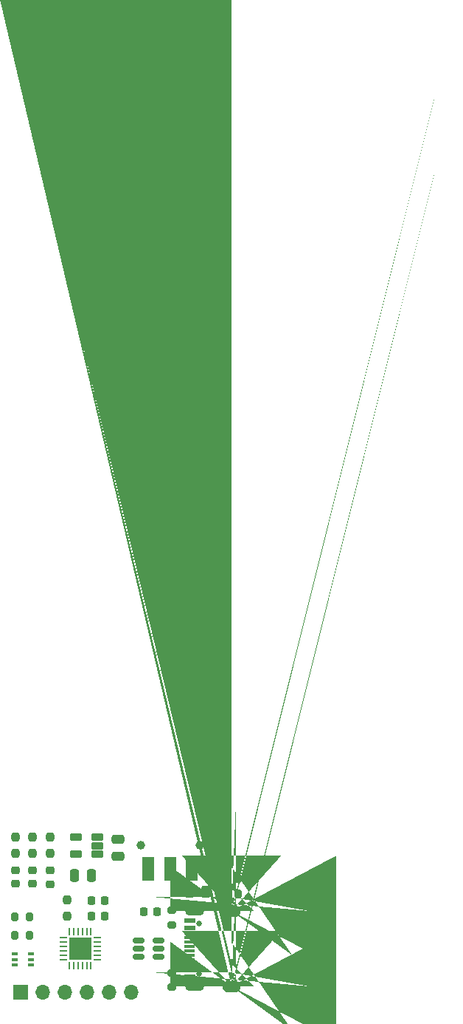
<source format=gts>
G04 #@! TF.GenerationSoftware,KiCad,Pcbnew,9.0.1*
G04 #@! TF.CreationDate,2025-04-15T14:17:19+12:00*
G04 #@! TF.ProjectId,ESPFlash,45535046-6c61-4736-982e-6b696361645f,rev?*
G04 #@! TF.SameCoordinates,Original*
G04 #@! TF.FileFunction,Soldermask,Top*
G04 #@! TF.FilePolarity,Negative*
%FSLAX46Y46*%
G04 Gerber Fmt 4.6, Leading zero omitted, Abs format (unit mm)*
G04 Created by KiCad (PCBNEW 9.0.1) date 2025-04-15 14:17:19*
%MOMM*%
%LPD*%
G01*
G04 APERTURE LIST*
G04 Aperture macros list*
%AMRoundRect*
0 Rectangle with rounded corners*
0 $1 Rounding radius*
0 $2 $3 $4 $5 $6 $7 $8 $9 X,Y pos of 4 corners*
0 Add a 4 corners polygon primitive as box body*
4,1,4,$2,$3,$4,$5,$6,$7,$8,$9,$2,$3,0*
0 Add four circle primitives for the rounded corners*
1,1,$1+$1,$2,$3*
1,1,$1+$1,$4,$5*
1,1,$1+$1,$6,$7*
1,1,$1+$1,$8,$9*
0 Add four rect primitives between the rounded corners*
20,1,$1+$1,$2,$3,$4,$5,0*
20,1,$1+$1,$4,$5,$6,$7,0*
20,1,$1+$1,$6,$7,$8,$9,0*
20,1,$1+$1,$8,$9,$2,$3,0*%
%AMFreePoly0*
4,1,229,0.026192,0.903996,0.026383,0.903985,0.052383,0.901985,0.052573,0.901967,0.078573,0.898967,0.078944,0.898910,0.104944,0.893910,0.105167,0.893862,0.130167,0.887862,0.130300,0.887828,0.156300,0.880828,0.156756,0.880682,0.180756,0.871682,0.180923,0.871615,0.204923,0.861615,0.205083,0.861545,0.229083,0.850545,0.229460,0.850353,0.252460,0.837353,0.252684,0.837218,
0.296684,0.809218,0.297030,0.808977,0.318030,0.792977,0.318238,0.792810,0.338238,0.775810,0.338439,0.775630,0.357439,0.757630,0.357630,0.757439,0.375630,0.738439,0.375810,0.738238,0.392810,0.718238,0.392977,0.718030,0.408977,0.697030,0.409218,0.696684,0.437218,0.652684,0.437353,0.652460,0.450353,0.629460,0.450545,0.629083,0.461545,0.605083,0.461615,0.604923,
0.471615,0.580923,0.471682,0.580756,0.480682,0.556756,0.480828,0.556300,0.487828,0.530300,0.487862,0.530167,0.493862,0.505167,0.493910,0.504944,0.498910,0.478944,0.498967,0.478573,0.501967,0.452573,0.501985,0.452383,0.503985,0.426383,0.503996,0.426192,0.504996,0.400192,0.505000,0.400000,0.505000,-0.400000,0.504996,-0.400192,0.503996,-0.426192,0.503985,-0.426383,
0.501985,-0.452383,0.501967,-0.452573,0.498967,-0.478573,0.498910,-0.478944,0.493910,-0.504944,0.493862,-0.505167,0.487862,-0.530167,0.487828,-0.530300,0.480828,-0.556300,0.480682,-0.556756,0.471682,-0.580756,0.471615,-0.580923,0.461615,-0.604923,0.461545,-0.605083,0.450545,-0.629083,0.450353,-0.629460,0.437353,-0.652460,0.437218,-0.652684,0.409218,-0.696684,0.408977,-0.697030,
0.392977,-0.718030,0.392810,-0.718238,0.375810,-0.738238,0.375630,-0.738439,0.357630,-0.757439,0.357439,-0.757630,0.338439,-0.775630,0.338238,-0.775810,0.318238,-0.792810,0.318030,-0.792977,0.297030,-0.808977,0.296684,-0.809218,0.252684,-0.837218,0.252460,-0.837353,0.229460,-0.850353,0.229083,-0.850545,0.205083,-0.861545,0.204923,-0.861615,0.180923,-0.871615,0.180756,-0.871682,
0.156756,-0.880682,0.156300,-0.880828,0.130300,-0.887828,0.130167,-0.887862,0.105167,-0.893862,0.104944,-0.893910,0.078944,-0.898910,0.078573,-0.898967,0.052573,-0.901967,0.052383,-0.901985,0.026383,-0.903985,0.026192,-0.903996,0.000192,-0.904996,-0.000192,-0.904996,-0.026192,-0.903996,-0.026383,-0.903985,-0.052383,-0.901985,-0.052573,-0.901967,-0.078573,-0.898967,-0.078944,-0.898910,
-0.104944,-0.893910,-0.105167,-0.893862,-0.130167,-0.887862,-0.130300,-0.887828,-0.156300,-0.880828,-0.156756,-0.880682,-0.180756,-0.871682,-0.180923,-0.871615,-0.204923,-0.861615,-0.205083,-0.861545,-0.229083,-0.850545,-0.229460,-0.850353,-0.252460,-0.837353,-0.252684,-0.837218,-0.296684,-0.809218,-0.297030,-0.808977,-0.318030,-0.792977,-0.318238,-0.792810,-0.338238,-0.775810,-0.338439,-0.775630,
-0.357439,-0.757630,-0.357630,-0.757439,-0.375630,-0.738439,-0.375810,-0.738238,-0.392810,-0.718238,-0.392977,-0.718030,-0.408977,-0.697030,-0.409218,-0.696684,-0.437218,-0.652684,-0.437353,-0.652460,-0.450353,-0.629460,-0.450545,-0.629083,-0.461545,-0.605083,-0.461615,-0.604923,-0.471615,-0.580923,-0.471682,-0.580756,-0.480682,-0.556756,-0.480828,-0.556300,-0.487828,-0.530300,-0.487862,-0.530167,
-0.493862,-0.505167,-0.493910,-0.504944,-0.498910,-0.478944,-0.498967,-0.478573,-0.501967,-0.452573,-0.501985,-0.452383,-0.503985,-0.426383,-0.503996,-0.426192,-0.504996,-0.400192,-0.505000,-0.400000,-0.505000,0.400000,-0.504996,0.400192,-0.503996,0.426192,-0.503985,0.426383,-0.501985,0.452383,-0.501967,0.452573,-0.498967,0.478573,-0.498910,0.478944,-0.493910,0.504944,-0.493862,0.505167,
-0.487862,0.530167,-0.487828,0.530300,-0.480828,0.556300,-0.480682,0.556756,-0.471682,0.580756,-0.471615,0.580923,-0.461615,0.604923,-0.461545,0.605083,-0.450545,0.629083,-0.450353,0.629460,-0.437353,0.652460,-0.437218,0.652684,-0.409218,0.696684,-0.408977,0.697030,-0.392977,0.718030,-0.392810,0.718238,-0.375810,0.738238,-0.375630,0.738439,-0.357630,0.757439,-0.357439,0.757630,
-0.338439,0.775630,-0.338238,0.775810,-0.318238,0.792810,-0.318030,0.792977,-0.297030,0.808977,-0.296684,0.809218,-0.252684,0.837218,-0.252460,0.837353,-0.229460,0.850353,-0.229083,0.850545,-0.205083,0.861545,-0.204923,0.861615,-0.180923,0.871615,-0.180756,0.871682,-0.156756,0.880682,-0.156300,0.880828,-0.130300,0.887828,-0.130167,0.887862,-0.105167,0.893862,-0.104944,0.893910,
-0.078944,0.898910,-0.078573,0.898967,-0.052573,0.901967,-0.052383,0.901985,-0.026383,0.903985,-0.026192,0.903996,-0.000192,0.904996,0.000192,0.904996,0.026192,0.903996,0.026192,0.903996,$1*%
G04 Aperture macros list end*
%ADD10C,0.010000*%
%ADD11RoundRect,0.243750X0.243750X0.456250X-0.243750X0.456250X-0.243750X-0.456250X0.243750X-0.456250X0*%
%ADD12RoundRect,0.218750X0.256250X-0.218750X0.256250X0.218750X-0.256250X0.218750X-0.256250X-0.218750X0*%
%ADD13C,1.000000*%
%ADD14RoundRect,0.102000X0.600000X1.250000X-0.600000X1.250000X-0.600000X-1.250000X0.600000X-1.250000X0*%
%ADD15RoundRect,0.200000X-0.200000X-0.275000X0.200000X-0.275000X0.200000X0.275000X-0.200000X0.275000X0*%
%ADD16RoundRect,0.200000X0.275000X-0.200000X0.275000X0.200000X-0.275000X0.200000X-0.275000X-0.200000X0*%
%ADD17RoundRect,0.100000X0.225000X0.100000X-0.225000X0.100000X-0.225000X-0.100000X0.225000X-0.100000X0*%
%ADD18RoundRect,0.225000X-0.225000X-0.250000X0.225000X-0.250000X0.225000X0.250000X-0.225000X0.250000X0*%
%ADD19RoundRect,0.237500X0.237500X-0.250000X0.237500X0.250000X-0.237500X0.250000X-0.237500X-0.250000X0*%
%ADD20RoundRect,0.200000X-0.275000X0.200000X-0.275000X-0.200000X0.275000X-0.200000X0.275000X0.200000X0*%
%ADD21RoundRect,0.250000X-0.250000X-0.475000X0.250000X-0.475000X0.250000X0.475000X-0.250000X0.475000X0*%
%ADD22RoundRect,0.198500X0.508500X0.198500X-0.508500X0.198500X-0.508500X-0.198500X0.508500X-0.198500X0*%
%ADD23FreePoly0,90.000000*%
%ADD24C,0.650000*%
%ADD25R,1.150000X0.600000*%
%ADD26R,1.150000X0.300000*%
%ADD27O,2.176000X1.076000*%
%ADD28RoundRect,0.200000X0.200000X0.275000X-0.200000X0.275000X-0.200000X-0.275000X0.200000X-0.275000X0*%
%ADD29RoundRect,0.062500X0.350000X0.062500X-0.350000X0.062500X-0.350000X-0.062500X0.350000X-0.062500X0*%
%ADD30RoundRect,0.062500X0.062500X0.350000X-0.062500X0.350000X-0.062500X-0.350000X0.062500X-0.350000X0*%
%ADD31R,2.600000X2.600000*%
%ADD32RoundRect,0.250000X0.475000X-0.250000X0.475000X0.250000X-0.475000X0.250000X-0.475000X-0.250000X0*%
%ADD33RoundRect,0.225000X0.225000X0.250000X-0.225000X0.250000X-0.225000X-0.250000X0.225000X-0.250000X0*%
%ADD34RoundRect,0.150000X0.512500X0.150000X-0.512500X0.150000X-0.512500X-0.150000X0.512500X-0.150000X0*%
%ADD35R,1.700000X1.700000*%
%ADD36O,1.700000X1.700000*%
%ADD37C,0.600000*%
G04 APERTURE END LIST*
D10*
X64443500Y-31433500D02*
X64475500Y-31435500D01*
X64506500Y-31439500D01*
X64537500Y-31445500D01*
X64567500Y-31452500D01*
X64597500Y-31461500D01*
X64627500Y-31472500D01*
X64656500Y-31484500D01*
X64684500Y-31497500D01*
X64712500Y-31512500D01*
X64739500Y-31529500D01*
X64765500Y-31547500D01*
X64790500Y-31566500D01*
X64813500Y-31586500D01*
X64836500Y-31608500D01*
X64858500Y-31631500D01*
X64878500Y-31654500D01*
X64897500Y-31679500D01*
X64915500Y-31705500D01*
X64932500Y-31732500D01*
X64947500Y-31760500D01*
X64960500Y-31788500D01*
X64972500Y-31817500D01*
X64983500Y-31847500D01*
X64992500Y-31877500D01*
X64999500Y-31907500D01*
X65005500Y-31938500D01*
X65009500Y-31969500D01*
X65011500Y-32001500D01*
X65012500Y-32032500D01*
X65011500Y-32063500D01*
X65009500Y-32095500D01*
X65005500Y-32126500D01*
X64999500Y-32157500D01*
X64992500Y-32187500D01*
X64983500Y-32217500D01*
X64972500Y-32247500D01*
X64960500Y-32276500D01*
X64947500Y-32304500D01*
X64932500Y-32332500D01*
X64915500Y-32359500D01*
X64897500Y-32385500D01*
X64878500Y-32410500D01*
X64858500Y-32433500D01*
X64836500Y-32456500D01*
X64813500Y-32478500D01*
X64790500Y-32498500D01*
X64765500Y-32517500D01*
X64739500Y-32535500D01*
X64712500Y-32552500D01*
X64684500Y-32567500D01*
X64656500Y-32580500D01*
X64627500Y-32592500D01*
X64597500Y-32603500D01*
X64567500Y-32612500D01*
X64537500Y-32619500D01*
X64506500Y-32625500D01*
X64475500Y-32629500D01*
X64443500Y-32631500D01*
X64412500Y-32632500D01*
X64012500Y-32632500D01*
X63612500Y-32632500D01*
X63581500Y-32631500D01*
X63549500Y-32629500D01*
X63518500Y-32625500D01*
X63487500Y-32619500D01*
X63457500Y-32612500D01*
X63427500Y-32603500D01*
X63397500Y-32592500D01*
X63368500Y-32580500D01*
X63340500Y-32567500D01*
X63312500Y-32552500D01*
X63285500Y-32535500D01*
X63259500Y-32517500D01*
X63234500Y-32498500D01*
X63211500Y-32478500D01*
X63188500Y-32456500D01*
X63166500Y-32433500D01*
X63146500Y-32410500D01*
X63127500Y-32385500D01*
X63109500Y-32359500D01*
X63092500Y-32332500D01*
X63077500Y-32304500D01*
X63064500Y-32276500D01*
X63052500Y-32247500D01*
X63041500Y-32217500D01*
X63032500Y-32187500D01*
X63025500Y-32157500D01*
X63019500Y-32126500D01*
X63015500Y-32095500D01*
X63013500Y-32063500D01*
X63012500Y-32032500D01*
X63013500Y-32001500D01*
X63015500Y-31969500D01*
X63019500Y-31938500D01*
X63025500Y-31907500D01*
X63032500Y-31877500D01*
X63041500Y-31847500D01*
X63052500Y-31817500D01*
X63064500Y-31788500D01*
X63077500Y-31760500D01*
X63092500Y-31732500D01*
X63109500Y-31705500D01*
X63127500Y-31679500D01*
X63146500Y-31654500D01*
X63166500Y-31631500D01*
X63188500Y-31608500D01*
X63211500Y-31586500D01*
X63234500Y-31566500D01*
X63259500Y-31547500D01*
X63285500Y-31529500D01*
X63312500Y-31512500D01*
X63340500Y-31497500D01*
X63368500Y-31484500D01*
X63397500Y-31472500D01*
X63427500Y-31461500D01*
X63457500Y-31452500D01*
X63487500Y-31445500D01*
X63518500Y-31439500D01*
X63549500Y-31435500D01*
X63581500Y-31433500D01*
X63612500Y-31432500D01*
X64012500Y-31432500D01*
X64412500Y-31432500D01*
X64443500Y-31433500D01*
G36*
X64443500Y-31433500D02*
G01*
X64475500Y-31435500D01*
X64506500Y-31439500D01*
X64537500Y-31445500D01*
X64567500Y-31452500D01*
X64597500Y-31461500D01*
X64627500Y-31472500D01*
X64656500Y-31484500D01*
X64684500Y-31497500D01*
X64712500Y-31512500D01*
X64739500Y-31529500D01*
X64765500Y-31547500D01*
X64790500Y-31566500D01*
X64813500Y-31586500D01*
X64836500Y-31608500D01*
X64858500Y-31631500D01*
X64878500Y-31654500D01*
X64897500Y-31679500D01*
X64915500Y-31705500D01*
X64932500Y-31732500D01*
X64947500Y-31760500D01*
X64960500Y-31788500D01*
X64972500Y-31817500D01*
X64983500Y-31847500D01*
X64992500Y-31877500D01*
X64999500Y-31907500D01*
X65005500Y-31938500D01*
X65009500Y-31969500D01*
X65011500Y-32001500D01*
X65012500Y-32032500D01*
X65011500Y-32063500D01*
X65009500Y-32095500D01*
X65005500Y-32126500D01*
X64999500Y-32157500D01*
X64992500Y-32187500D01*
X64983500Y-32217500D01*
X64972500Y-32247500D01*
X64960500Y-32276500D01*
X64947500Y-32304500D01*
X64932500Y-32332500D01*
X64915500Y-32359500D01*
X64897500Y-32385500D01*
X64878500Y-32410500D01*
X64858500Y-32433500D01*
X64836500Y-32456500D01*
X64813500Y-32478500D01*
X64790500Y-32498500D01*
X64765500Y-32517500D01*
X64739500Y-32535500D01*
X64712500Y-32552500D01*
X64684500Y-32567500D01*
X64656500Y-32580500D01*
X64627500Y-32592500D01*
X64597500Y-32603500D01*
X64567500Y-32612500D01*
X64537500Y-32619500D01*
X64506500Y-32625500D01*
X64475500Y-32629500D01*
X64443500Y-32631500D01*
X64412500Y-32632500D01*
X64012500Y-32632500D01*
X63612500Y-32632500D01*
X63581500Y-32631500D01*
X63549500Y-32629500D01*
X63518500Y-32625500D01*
X63487500Y-32619500D01*
X63457500Y-32612500D01*
X63427500Y-32603500D01*
X63397500Y-32592500D01*
X63368500Y-32580500D01*
X63340500Y-32567500D01*
X63312500Y-32552500D01*
X63285500Y-32535500D01*
X63259500Y-32517500D01*
X63234500Y-32498500D01*
X63211500Y-32478500D01*
X63188500Y-32456500D01*
X63166500Y-32433500D01*
X63146500Y-32410500D01*
X63127500Y-32385500D01*
X63109500Y-32359500D01*
X63092500Y-32332500D01*
X63077500Y-32304500D01*
X63064500Y-32276500D01*
X63052500Y-32247500D01*
X63041500Y-32217500D01*
X63032500Y-32187500D01*
X63025500Y-32157500D01*
X63019500Y-32126500D01*
X63015500Y-32095500D01*
X63013500Y-32063500D01*
X63012500Y-32032500D01*
X63013500Y-32001500D01*
X63015500Y-31969500D01*
X63019500Y-31938500D01*
X63025500Y-31907500D01*
X63032500Y-31877500D01*
X63041500Y-31847500D01*
X63052500Y-31817500D01*
X63064500Y-31788500D01*
X63077500Y-31760500D01*
X63092500Y-31732500D01*
X63109500Y-31705500D01*
X63127500Y-31679500D01*
X63146500Y-31654500D01*
X63166500Y-31631500D01*
X63188500Y-31608500D01*
X63211500Y-31586500D01*
X63234500Y-31566500D01*
X63259500Y-31547500D01*
X63285500Y-31529500D01*
X63312500Y-31512500D01*
X63340500Y-31497500D01*
X63368500Y-31484500D01*
X63397500Y-31472500D01*
X63427500Y-31461500D01*
X63457500Y-31452500D01*
X63487500Y-31445500D01*
X63518500Y-31439500D01*
X63549500Y-31435500D01*
X63581500Y-31433500D01*
X63612500Y-31432500D01*
X64012500Y-31432500D01*
X64412500Y-31432500D01*
X64443500Y-31433500D01*
G37*
X64443500Y-40073500D02*
X64475500Y-40075500D01*
X64506500Y-40079500D01*
X64537500Y-40085500D01*
X64567500Y-40092500D01*
X64597500Y-40101500D01*
X64627500Y-40112500D01*
X64656500Y-40124500D01*
X64684500Y-40137500D01*
X64712500Y-40152500D01*
X64739500Y-40169500D01*
X64765500Y-40187500D01*
X64790500Y-40206500D01*
X64813500Y-40226500D01*
X64836500Y-40248500D01*
X64858500Y-40271500D01*
X64878500Y-40294500D01*
X64897500Y-40319500D01*
X64915500Y-40345500D01*
X64932500Y-40372500D01*
X64947500Y-40400500D01*
X64960500Y-40428500D01*
X64972500Y-40457500D01*
X64983500Y-40487500D01*
X64992500Y-40517500D01*
X64999500Y-40547500D01*
X65005500Y-40578500D01*
X65009500Y-40609500D01*
X65011500Y-40641500D01*
X65012500Y-40672500D01*
X65011500Y-40703500D01*
X65009500Y-40735500D01*
X65005500Y-40766500D01*
X64999500Y-40797500D01*
X64992500Y-40827500D01*
X64983500Y-40857500D01*
X64972500Y-40887500D01*
X64960500Y-40916500D01*
X64947500Y-40944500D01*
X64932500Y-40972500D01*
X64915500Y-40999500D01*
X64897500Y-41025500D01*
X64878500Y-41050500D01*
X64858500Y-41073500D01*
X64836500Y-41096500D01*
X64813500Y-41118500D01*
X64790500Y-41138500D01*
X64765500Y-41157500D01*
X64739500Y-41175500D01*
X64712500Y-41192500D01*
X64684500Y-41207500D01*
X64656500Y-41220500D01*
X64627500Y-41232500D01*
X64597500Y-41243500D01*
X64567500Y-41252500D01*
X64537500Y-41259500D01*
X64506500Y-41265500D01*
X64475500Y-41269500D01*
X64443500Y-41271500D01*
X64412500Y-41272500D01*
X64012500Y-41272500D01*
X63612500Y-41272500D01*
X63581500Y-41271500D01*
X63549500Y-41269500D01*
X63518500Y-41265500D01*
X63487500Y-41259500D01*
X63457500Y-41252500D01*
X63427500Y-41243500D01*
X63397500Y-41232500D01*
X63368500Y-41220500D01*
X63340500Y-41207500D01*
X63312500Y-41192500D01*
X63285500Y-41175500D01*
X63259500Y-41157500D01*
X63234500Y-41138500D01*
X63211500Y-41118500D01*
X63188500Y-41096500D01*
X63166500Y-41073500D01*
X63146500Y-41050500D01*
X63127500Y-41025500D01*
X63109500Y-40999500D01*
X63092500Y-40972500D01*
X63077500Y-40944500D01*
X63064500Y-40916500D01*
X63052500Y-40887500D01*
X63041500Y-40857500D01*
X63032500Y-40827500D01*
X63025500Y-40797500D01*
X63019500Y-40766500D01*
X63015500Y-40735500D01*
X63013500Y-40703500D01*
X63012500Y-40672500D01*
X63013500Y-40641500D01*
X63015500Y-40609500D01*
X63019500Y-40578500D01*
X63025500Y-40547500D01*
X63032500Y-40517500D01*
X63041500Y-40487500D01*
X63052500Y-40457500D01*
X63064500Y-40428500D01*
X63077500Y-40400500D01*
X63092500Y-40372500D01*
X63109500Y-40345500D01*
X63127500Y-40319500D01*
X63146500Y-40294500D01*
X63166500Y-40271500D01*
X63188500Y-40248500D01*
X63211500Y-40226500D01*
X63234500Y-40206500D01*
X63259500Y-40187500D01*
X63285500Y-40169500D01*
X63312500Y-40152500D01*
X63340500Y-40137500D01*
X63368500Y-40124500D01*
X63397500Y-40112500D01*
X63427500Y-40101500D01*
X63457500Y-40092500D01*
X63487500Y-40085500D01*
X63518500Y-40079500D01*
X63549500Y-40075500D01*
X63581500Y-40073500D01*
X63612500Y-40072500D01*
X64012500Y-40072500D01*
X64412500Y-40072500D01*
X64443500Y-40073500D01*
G36*
X64443500Y-40073500D02*
G01*
X64475500Y-40075500D01*
X64506500Y-40079500D01*
X64537500Y-40085500D01*
X64567500Y-40092500D01*
X64597500Y-40101500D01*
X64627500Y-40112500D01*
X64656500Y-40124500D01*
X64684500Y-40137500D01*
X64712500Y-40152500D01*
X64739500Y-40169500D01*
X64765500Y-40187500D01*
X64790500Y-40206500D01*
X64813500Y-40226500D01*
X64836500Y-40248500D01*
X64858500Y-40271500D01*
X64878500Y-40294500D01*
X64897500Y-40319500D01*
X64915500Y-40345500D01*
X64932500Y-40372500D01*
X64947500Y-40400500D01*
X64960500Y-40428500D01*
X64972500Y-40457500D01*
X64983500Y-40487500D01*
X64992500Y-40517500D01*
X64999500Y-40547500D01*
X65005500Y-40578500D01*
X65009500Y-40609500D01*
X65011500Y-40641500D01*
X65012500Y-40672500D01*
X65011500Y-40703500D01*
X65009500Y-40735500D01*
X65005500Y-40766500D01*
X64999500Y-40797500D01*
X64992500Y-40827500D01*
X64983500Y-40857500D01*
X64972500Y-40887500D01*
X64960500Y-40916500D01*
X64947500Y-40944500D01*
X64932500Y-40972500D01*
X64915500Y-40999500D01*
X64897500Y-41025500D01*
X64878500Y-41050500D01*
X64858500Y-41073500D01*
X64836500Y-41096500D01*
X64813500Y-41118500D01*
X64790500Y-41138500D01*
X64765500Y-41157500D01*
X64739500Y-41175500D01*
X64712500Y-41192500D01*
X64684500Y-41207500D01*
X64656500Y-41220500D01*
X64627500Y-41232500D01*
X64597500Y-41243500D01*
X64567500Y-41252500D01*
X64537500Y-41259500D01*
X64506500Y-41265500D01*
X64475500Y-41269500D01*
X64443500Y-41271500D01*
X64412500Y-41272500D01*
X64012500Y-41272500D01*
X63612500Y-41272500D01*
X63581500Y-41271500D01*
X63549500Y-41269500D01*
X63518500Y-41265500D01*
X63487500Y-41259500D01*
X63457500Y-41252500D01*
X63427500Y-41243500D01*
X63397500Y-41232500D01*
X63368500Y-41220500D01*
X63340500Y-41207500D01*
X63312500Y-41192500D01*
X63285500Y-41175500D01*
X63259500Y-41157500D01*
X63234500Y-41138500D01*
X63211500Y-41118500D01*
X63188500Y-41096500D01*
X63166500Y-41073500D01*
X63146500Y-41050500D01*
X63127500Y-41025500D01*
X63109500Y-40999500D01*
X63092500Y-40972500D01*
X63077500Y-40944500D01*
X63064500Y-40916500D01*
X63052500Y-40887500D01*
X63041500Y-40857500D01*
X63032500Y-40827500D01*
X63025500Y-40797500D01*
X63019500Y-40766500D01*
X63015500Y-40735500D01*
X63013500Y-40703500D01*
X63012500Y-40672500D01*
X63013500Y-40641500D01*
X63015500Y-40609500D01*
X63019500Y-40578500D01*
X63025500Y-40547500D01*
X63032500Y-40517500D01*
X63041500Y-40487500D01*
X63052500Y-40457500D01*
X63064500Y-40428500D01*
X63077500Y-40400500D01*
X63092500Y-40372500D01*
X63109500Y-40345500D01*
X63127500Y-40319500D01*
X63146500Y-40294500D01*
X63166500Y-40271500D01*
X63188500Y-40248500D01*
X63211500Y-40226500D01*
X63234500Y-40206500D01*
X63259500Y-40187500D01*
X63285500Y-40169500D01*
X63312500Y-40152500D01*
X63340500Y-40137500D01*
X63368500Y-40124500D01*
X63397500Y-40112500D01*
X63427500Y-40101500D01*
X63457500Y-40092500D01*
X63487500Y-40085500D01*
X63518500Y-40079500D01*
X63549500Y-40075500D01*
X63581500Y-40073500D01*
X63612500Y-40072500D01*
X64012500Y-40072500D01*
X64412500Y-40072500D01*
X64443500Y-40073500D01*
G37*
D11*
X61062501Y-29875000D03*
X59187499Y-29875000D03*
D12*
X43249999Y-29000000D03*
X43249999Y-27424998D03*
D13*
X60400000Y-24500000D03*
X53600000Y-24500000D03*
D14*
X59500000Y-27250000D03*
X57000000Y-27250000D03*
X54500000Y-27250000D03*
D15*
X63175000Y-28300000D03*
X64825000Y-28300000D03*
D12*
X41200000Y-28949999D03*
X41200000Y-27374997D03*
D16*
X57200000Y-33625000D03*
X57200000Y-31975000D03*
D15*
X39175000Y-34800000D03*
X40825000Y-34800000D03*
D17*
X41050000Y-38250000D03*
X41049999Y-37600000D03*
X41050000Y-36950000D03*
X39150000Y-36950000D03*
X39150001Y-37600000D03*
X39150000Y-38250000D03*
D18*
X47935000Y-30850000D03*
X49485000Y-30850000D03*
D12*
X39199999Y-28950001D03*
X39199999Y-27374999D03*
D19*
X41200001Y-25412500D03*
X41200001Y-23587500D03*
D18*
X47940000Y-32630000D03*
X49490000Y-32630000D03*
D20*
X57200000Y-39125000D03*
X57200000Y-40775000D03*
D21*
X46025000Y-28000000D03*
X47925000Y-28000000D03*
D22*
X48655000Y-25499999D03*
X48655000Y-24550000D03*
X48655000Y-23600001D03*
X46145000Y-23600001D03*
X46145000Y-25499999D03*
D23*
X64012500Y-40672500D03*
D24*
X60332500Y-39242500D03*
X60332500Y-33462500D03*
D23*
X64012500Y-32032500D03*
D25*
X59262500Y-39552500D03*
X59262500Y-38752500D03*
D26*
X59257500Y-37602500D03*
X59257500Y-36602500D03*
X59257500Y-36102500D03*
X59257500Y-35102500D03*
D25*
X59257500Y-33952500D03*
X59262500Y-33152500D03*
X59257500Y-33152500D03*
X59262500Y-33952500D03*
D26*
X59257500Y-34602500D03*
X59257500Y-35602500D03*
X59257500Y-37102500D03*
X59257500Y-38102500D03*
D25*
X59257500Y-38752500D03*
X59257500Y-39552500D03*
D27*
X59832500Y-40672500D03*
X59832500Y-32032500D03*
D28*
X40825000Y-32700000D03*
X39175000Y-32700000D03*
D19*
X39200000Y-25412497D03*
X39200000Y-23587497D03*
D29*
X48600000Y-37600000D03*
X48599999Y-37100000D03*
X48600000Y-36600000D03*
X48600000Y-36100000D03*
X48599999Y-35600000D03*
X48600000Y-35100000D03*
D30*
X47912500Y-34412500D03*
X47412500Y-34412501D03*
X46912500Y-34412500D03*
X46412500Y-34412500D03*
X45912500Y-34412501D03*
X45412500Y-34412500D03*
D29*
X44725000Y-35100000D03*
X44725001Y-35600000D03*
X44725000Y-36100000D03*
X44725000Y-36600000D03*
X44725001Y-37100000D03*
X44725000Y-37600000D03*
D30*
X45412500Y-38287500D03*
X45912500Y-38287499D03*
X46412500Y-38287500D03*
X46912500Y-38287500D03*
X47412500Y-38287499D03*
X47912500Y-38287500D03*
D31*
X46662500Y-36350000D03*
D32*
X51000000Y-25749999D03*
X51000000Y-23850001D03*
D33*
X55475000Y-32100000D03*
X53925000Y-32100000D03*
D28*
X64825000Y-30100000D03*
X63175000Y-30100000D03*
D34*
X55637500Y-37323105D03*
X55637500Y-36373106D03*
X55637500Y-35423107D03*
X53362500Y-35423107D03*
X53362500Y-36373106D03*
X53362500Y-37323105D03*
D19*
X45200000Y-32637500D03*
X45200000Y-30812500D03*
X43200001Y-25412498D03*
X43200001Y-23587498D03*
D35*
X39830000Y-41350000D03*
D36*
X42370000Y-41350000D03*
X44910000Y-41350000D03*
X47450000Y-41350000D03*
X49990000Y-41350000D03*
X52530000Y-41350000D03*
D37*
X47400000Y-35600000D03*
X45900000Y-35600000D03*
X46650000Y-35600000D03*
X46662500Y-36350000D03*
X47400000Y-36350000D03*
X45900000Y-36350000D03*
X47400000Y-37100000D03*
X46650000Y-37100000D03*
X45900000Y-37100000D03*
M02*

</source>
